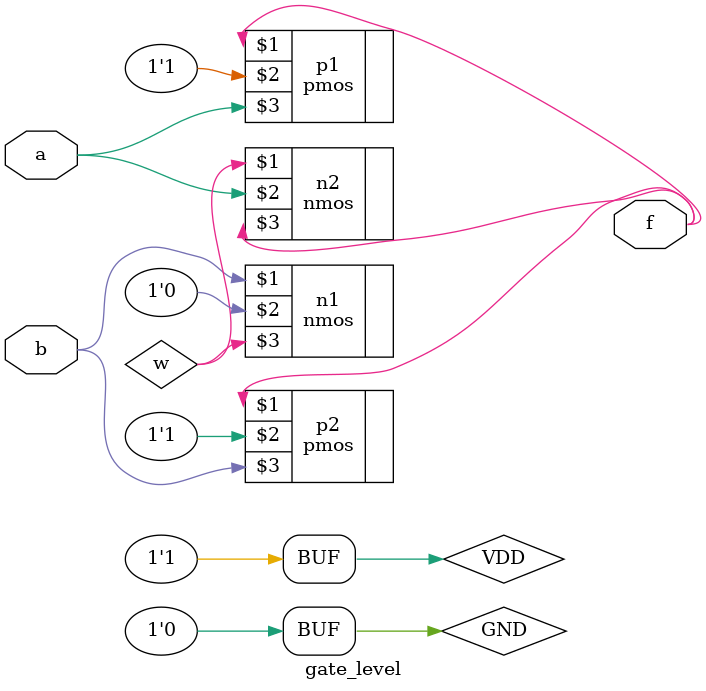
<source format=v>
`timescale 1ns / 1ps


module gate_level(
input a,b,
output f
    );
    wire w;
    supply1 VDD;
    supply0 GND;
    pmos p1(f,VDD,a);
    pmos p2(f,VDD,b);
    nmos n1(b,GND,w);
    nmos n2(w,a,f); 
endmodule

</source>
